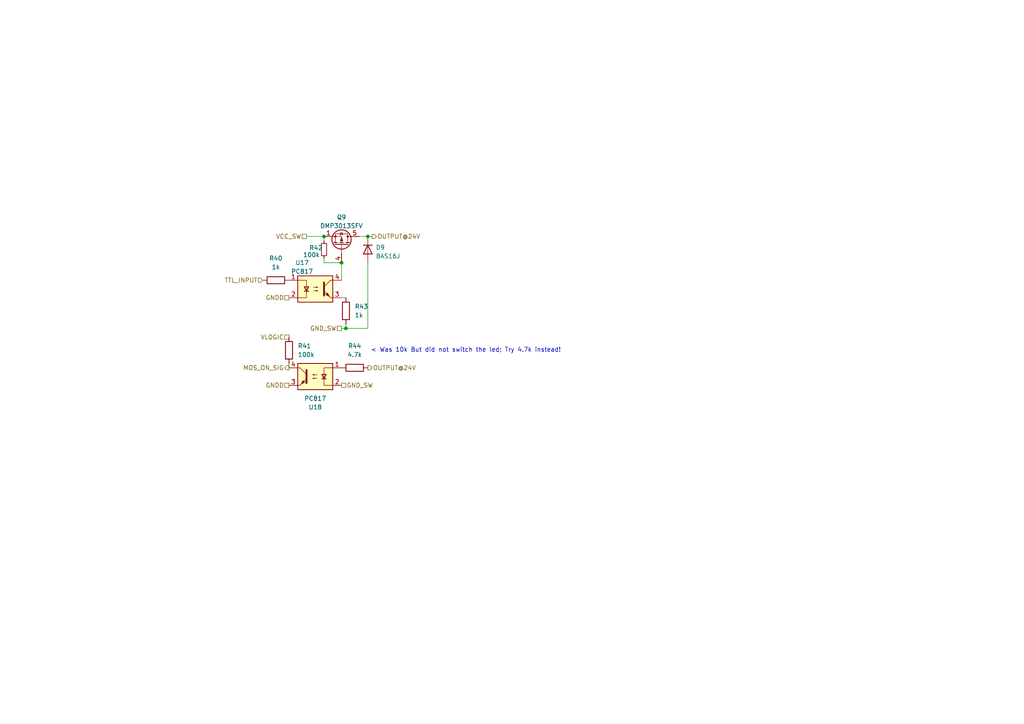
<source format=kicad_sch>
(kicad_sch (version 20231120) (generator "eeschema") (generator_version "8.0")
  (paper "A4")
  (lib_symbols
    (symbol "Device:R" (pin_numbers hide) (pin_names (offset 0))
      (property "Reference" "R" (at 2.032 0 90))
      (property "Value" "R" (at 0 0 90))
      (symbol "R_0_1"
        (rectangle (start -1.016 -2.54) (end 1.016 2.54) (stroke (width 0.254)))
      )
      (symbol "R_1_1"
        (pin passive line (at 0 3.81 270) (length 1.27) (name "~") (number "1"))
        (pin passive line (at 0 -3.81 90) (length 1.27) (name "~") (number "2"))
      )
    )
    (symbol "Device:R_Small" (pin_numbers hide) (pin_names (offset 0.254) hide)
      (property "Reference" "R" (at 0.762 0.508 0))
      (property "Value" "R_Small" (at 0.762 -1.016 0))
      (symbol "R_Small_0_1"
        (rectangle (start -0.762 1.778) (end 0.762 -1.778) (stroke (width 0.2032)))
      )
      (symbol "R_Small_1_1"
        (pin passive line (at 0 2.54 270) (length 0.762) (name "~") (number "1"))
        (pin passive line (at 0 -2.54 90) (length 0.762) (name "~") (number "2"))
      )
    )
    (symbol "Diode:1N4148WS" (pin_numbers hide) (pin_names hide)
      (property "Reference" "D" (at 0 2.54 0))
      (property "Value" "1N4148WS" (at 0 -2.54 0))
      (symbol "1N4148WS_0_1"
        (polyline (pts (xy -1.27 1.27) (xy -1.27 -1.27)) (stroke (width 0.254)))
        (polyline (pts (xy 1.27 0) (xy -1.27 0)))
        (polyline (pts (xy 1.27 1.27) (xy 1.27 -1.27) (xy -1.27 0) (xy 1.27 1.27)) (stroke (width 0.254)))
      )
      (symbol "1N4148WS_1_1"
        (pin passive line (at -3.81 0 0) (length 2.54) (name "K") (number "1"))
        (pin passive line (at 3.81 0 180) (length 2.54) (name "A") (number "2"))
      )
    )
    (symbol "Isolator:PC817" (pin_names (offset 1.016))
      (property "Reference" "U" (at -5.08 5.08 0))
      (property "Value" "PC817" (at 0 5.08 0))
      (symbol "PC817_0_1"
        (rectangle (start -5.08 3.81) (end 5.08 -3.81) (stroke (width 0.254)) (fill (type background)))
        (polyline (pts (xy -3.175 -0.635) (xy -1.905 -0.635)) (stroke (width 0.254)))
        (polyline (pts (xy 2.54 0.635) (xy 4.445 2.54)))
        (polyline (pts (xy 4.445 -2.54) (xy 2.54 -0.635)) (fill (type outline)))
        (polyline (pts (xy 4.445 -2.54) (xy 5.08 -2.54)))
        (polyline (pts (xy 4.445 2.54) (xy 5.08 2.54)))
        (polyline (pts (xy -5.08 2.54) (xy -2.54 2.54) (xy -2.54 -0.635)))
        (polyline (pts (xy -2.54 -0.635) (xy -2.54 -2.54) (xy -5.08 -2.54)))
        (polyline (pts (xy 2.54 1.905) (xy 2.54 -1.905) (xy 2.54 -1.905)) (stroke (width 0.508)))
        (polyline (pts (xy -2.54 -0.635) (xy -3.175 0.635) (xy -1.905 0.635) (xy -2.54 -0.635)) (stroke (width 0.254)))
        (polyline (pts (xy -0.508 -0.508) (xy 0.762 -0.508) (xy 0.381 -0.635) (xy 0.381 -0.381) (xy 0.762 -0.508)))
        (polyline (pts (xy -0.508 0.508) (xy 0.762 0.508) (xy 0.381 0.381) (xy 0.381 0.635) (xy 0.762 0.508)))
        (polyline (pts (xy 3.048 -1.651) (xy 3.556 -1.143) (xy 4.064 -2.159) (xy 3.048 -1.651) (xy 3.048 -1.651)) (fill (type outline)))
      )
      (symbol "PC817_1_1"
        (pin passive line (at -7.62 2.54 0) (length 2.54) (name "~") (number "1"))
        (pin passive line (at -7.62 -2.54 0) (length 2.54) (name "~") (number "2"))
        (pin passive line (at 7.62 -2.54 180) (length 2.54) (name "~") (number "3"))
        (pin passive line (at 7.62 2.54 180) (length 2.54) (name "~") (number "4"))
      )
    )
    (symbol "Transistor_FET:DMP3013SFV" (pin_names hide)
      (property "Reference" "Q" (at 5.08 1.905 0))
      (property "Value" "DMP3013SFV" (at 5.08 0 0))
      (symbol "DMP3013SFV_0_1"
        (polyline (pts (xy 0.254 0) (xy -2.54 0)))
        (polyline (pts (xy 0.254 1.905) (xy 0.254 -1.905)) (stroke (width 0.254)))
        (polyline (pts (xy 0.762 -1.27) (xy 0.762 -2.286)) (stroke (width 0.254)))
        (polyline (pts (xy 0.762 0.508) (xy 0.762 -0.508)) (stroke (width 0.254)))
        (polyline (pts (xy 0.762 2.286) (xy 0.762 1.27)) (stroke (width 0.254)))
        (polyline (pts (xy 2.54 2.54) (xy 2.54 1.778)))
        (polyline (pts (xy 2.54 -2.54) (xy 2.54 0) (xy 0.762 0)))
        (polyline (pts (xy 0.762 1.778) (xy 3.302 1.778) (xy 3.302 -1.778) (xy 0.762 -1.778)))
        (polyline (pts (xy 2.286 0) (xy 1.27 0.381) (xy 1.27 -0.381) (xy 2.286 0)) (fill (type outline)))
        (polyline (pts (xy 2.794 -0.508) (xy 2.921 -0.381) (xy 3.683 -0.381) (xy 3.81 -0.254)))
        (polyline (pts (xy 3.302 -0.381) (xy 2.921 0.254) (xy 3.683 0.254) (xy 3.302 -0.381)))
        (circle (center 1.651 0) (radius 2.794) (stroke (width 0.254)))
        (circle (center 2.54 -1.778) (radius 0.254) (fill (type outline)))
        (circle (center 2.54 1.778) (radius 0.254) (fill (type outline)))
      )
      (symbol "DMP3013SFV_1_1"
        (pin passive line (at 2.54 -5.08 90) (length 2.54) (name "S") (number "1"))
        (pin passive line (at 2.54 -5.08 90) (length 2.54) hide (name "S") (number "2"))
        (pin passive line (at 2.54 -5.08 90) (length 2.54) hide (name "S") (number "3"))
        (pin passive line (at -5.08 0 0) (length 2.54) (name "G") (number "4"))
        (pin passive line (at 2.54 5.08 270) (length 2.54) (name "D") (number "5"))
      )
    )
  )
  (junction (at 106.68 68.58))
  (junction (at 93.98 68.58))
  (junction (at 100.33 95.25))
  (junction (at 99.06 76.2))
  (wire (pts (xy 100.33 93.98) (xy 100.33 95.25)))
  (wire (pts (xy 106.68 68.58) (xy 107.95 68.58)))
  (wire (pts (xy 88.9 68.58) (xy 93.98 68.58)))
  (wire (pts (xy 99.06 86.36) (xy 100.33 86.36)))
  (wire (pts (xy 104.14 68.58) (xy 106.68 68.58)))
  (wire (pts (xy 93.98 68.58) (xy 93.98 69.85)))
  (wire (pts (xy 106.68 95.25) (xy 106.68 76.2)))
  (wire (pts (xy 99.06 76.2) (xy 99.06 81.28)))
  (wire (pts (xy 83.82 105.41) (xy 83.82 106.68)))
  (wire (pts (xy 93.98 74.93) (xy 93.98 76.2)))
  (wire (pts (xy 100.33 95.25) (xy 106.68 95.25)))
  (wire (pts (xy 93.98 76.2) (xy 99.06 76.2)))
  (wire (pts (xy 99.06 95.25) (xy 100.33 95.25)))
  (text "< Was 10k But did not switch the led; Try 4.7k instead!" (at 135.128 101.6 0) (effects (font (size 1.27 1.27))))
  (hierarchical_label "OUTPUT@24V" (shape output) (at 106.68 106.68 0))
  (hierarchical_label "VCC_SW" (shape passive) (at 88.9 68.58 180))
  (hierarchical_label "GND_SW" (shape passive) (at 99.06 111.76 0))
  (hierarchical_label "TTL_INPUT" (shape input) (at 76.2 81.28 180))
  (hierarchical_label "OUTPUT@24V" (shape output) (at 107.95 68.58 0))
  (hierarchical_label "GND_SW" (shape passive) (at 99.06 95.25 180))
  (hierarchical_label "GNDD" (shape passive) (at 83.82 86.36 180))
  (hierarchical_label "VLOGIC" (shape passive) (at 83.82 97.79 180))
  (hierarchical_label "GNDD" (shape passive) (at 83.82 111.76 180))
  (hierarchical_label "MOS_ON_SIG" (shape output) (at 83.82 106.68 180))
  (symbol (lib_id "Device:R") (at 102.87 106.68 90) (unit 1)
    (property "Reference" "R44" (at 102.87 100.33 90))
    (property "Value" "4.7k" (at 102.87 102.87 90))
    (property "Footprint" "Resistor_SMD:R_0603_1608Metric_Pad0.98x0.95mm_HandSolder" (effects (hide yes)))
    (instances (project "GridSwitcher_PCB" (path "" (reference "R44") (unit 1)) (path "" (reference "R39") (unit 1)) (path "" (reference "R29") (unit 1)) (path "" (reference "R69") (unit 1)) (path "" (reference "R49") (unit 1)) (path "" (reference "R59") (unit 1)) (path "" (reference "R9") (unit 1)) (path "" (reference "R19") (unit 1)) (path "" (reference "R110") (unit 1)) (path "" (reference "R64") (unit 1)) (path "" (reference "R74") (unit 1)) (path "" (reference "R34") (unit 1)) (path "" (reference "R14") (unit 1)) (path "" (reference "R54") (unit 1)) (path "" (reference "R24") (unit 1)) (path "" (reference "R79") (unit 1))))
  )
  (symbol (lib_id "Device:R") (at 83.82 101.6 0) (unit 1)
    (property "Reference" "R41" (at 86.36 100.3299 0) (effects (justify left)))
    (property "Value" "100k" (at 86.36 102.8699 0) (effects (justify left)))
    (property "Footprint" "Resistor_SMD:R_0603_1608Metric_Pad0.98x0.95mm_HandSolder" (effects (hide yes)))
    (instances (project "GridSwitcher_PCB" (path "" (reference "R41") (unit 1)) (path "" (reference "R36") (unit 1)) (path "" (reference "R26") (unit 1)) (path "" (reference "R66") (unit 1)) (path "" (reference "R46") (unit 1)) (path "" (reference "R56") (unit 1)) (path "" (reference "R6") (unit 1)) (path "" (reference "R16") (unit 1)) (path "" (reference "R107") (unit 1)) (path "" (reference "R61") (unit 1)) (path "" (reference "R71") (unit 1)) (path "" (reference "R31") (unit 1)) (path "" (reference "R11") (unit 1)) (path "" (reference "R51") (unit 1)) (path "" (reference "R21") (unit 1)) (path "" (reference "R76") (unit 1))))
  )
  (symbol (lib_id "Device:R") (at 100.33 90.17 0) (unit 1)
    (property "Reference" "R43" (at 102.87 88.9 0) (effects (justify left)))
    (property "Value" "1k" (at 102.87 91.44 0) (effects (justify left)))
    (property "Footprint" "Resistor_SMD:R_0603_1608Metric_Pad0.98x0.95mm_HandSolder" (effects (hide yes)))
    (instances (project "GridSwitcher_PCB" (path "" (reference "R43") (unit 1)) (path "" (reference "R38") (unit 1)) (path "" (reference "R28") (unit 1)) (path "" (reference "R68") (unit 1)) (path "" (reference "R48") (unit 1)) (path "" (reference "R58") (unit 1)) (path "" (reference "R8") (unit 1)) (path "" (reference "R18") (unit 1)) (path "" (reference "R109") (unit 1)) (path "" (reference "R63") (unit 1)) (path "" (reference "R73") (unit 1)) (path "" (reference "R33") (unit 1)) (path "" (reference "R13") (unit 1)) (path "" (reference "R53") (unit 1)) (path "" (reference "R23") (unit 1)) (path "" (reference "R78") (unit 1))))
  )
  (symbol (lib_id "Diode:1N4148WS") (at 106.68 72.39 270) (unit 1)
    (property "Reference" "D9" (at 108.966 71.755 90) (effects (justify left)))
    (property "Value" "BAS16J" (at 108.966 74.295 90) (effects (justify left)))
    (property "Footprint" "Diode_SMD:D_SOD-323F" (effects (hide yes)))
    (property "Datasheet" "https://www.vishay.com/docs/85751/1n4148ws.pdf" (effects (hide yes)))
    (property "Sim.Device" "D" (effects (hide yes)))
    (property "Sim.Pins" "1=K 2=A" (effects (hide yes)))
    (instances (project "GridSwitcher_PCB" (path "" (reference "D9") (unit 1)) (path "" (reference "D8") (unit 1)) (path "" (reference "D6") (unit 1)) (path "" (reference "D14") (unit 1)) (path "" (reference "D10") (unit 1)) (path "" (reference "D12") (unit 1)) (path "" (reference "D2") (unit 1)) (path "" (reference "D4") (unit 1)) (path "" (reference "D1") (unit 1)) (path "" (reference "D13") (unit 1)) (path "" (reference "D15") (unit 1)) (path "" (reference "D7") (unit 1)) (path "" (reference "D3") (unit 1)) (path "" (reference "D11") (unit 1)) (path "" (reference "D5") (unit 1)) (path "" (reference "D16") (unit 1))))
  )
  (symbol (lib_id "Device:R") (at 80.01 81.28 90) (unit 1)
    (property "Reference" "R40" (at 80.01 74.93 90))
    (property "Value" "1k" (at 80.01 77.47 90))
    (property "Footprint" "Resistor_SMD:R_0603_1608Metric_Pad0.98x0.95mm_HandSolder" (effects (hide yes)))
    (instances (project "GridSwitcher_PCB" (path "" (reference "R40") (unit 1)) (path "" (reference "R35") (unit 1)) (path "" (reference "R25") (unit 1)) (path "" (reference "R65") (unit 1)) (path "" (reference "R45") (unit 1)) (path "" (reference "R55") (unit 1)) (path "" (reference "R1") (unit 1)) (path "" (reference "R15") (unit 1)) (path "" (reference "R80") (unit 1)) (path "" (reference "R60") (unit 1)) (path "" (reference "R70") (unit 1)) (path "" (reference "R30") (unit 1)) (path "" (reference "R10") (unit 1)) (path "" (reference "R50") (unit 1)) (path "" (reference "R20") (unit 1)) (path "" (reference "R75") (unit 1))))
  )
  (symbol (lib_id "Device:R_Small") (at 93.98 72.39 0) (unit 1)
    (property "Reference" "R42" (at 89.662 71.882 0) (effects (justify left)))
    (property "Value" "100k" (at 87.884 73.914 0) (effects (justify left)))
    (property "Footprint" "Resistor_SMD:R_0603_1608Metric_Pad0.98x0.95mm_HandSolder" (effects (hide yes)))
    (instances (project "GridSwitcher_PCB" (path "" (reference "R42") (unit 1)) (path "" (reference "R37") (unit 1)) (path "" (reference "R27") (unit 1)) (path "" (reference "R67") (unit 1)) (path "" (reference "R47") (unit 1)) (path "" (reference "R57") (unit 1)) (path "" (reference "R7") (unit 1)) (path "" (reference "R17") (unit 1)) (path "" (reference "R108") (unit 1)) (path "" (reference "R62") (unit 1)) (path "" (reference "R72") (unit 1)) (path "" (reference "R32") (unit 1)) (path "" (reference "R12") (unit 1)) (path "" (reference "R52") (unit 1)) (path "" (reference "R22") (unit 1)) (path "" (reference "R77") (unit 1))))
  )
  (symbol (lib_id "Transistor_FET:DMP3013SFV") (at 99.06 71.12 270) (mirror x) (unit 1)
    (property "Reference" "Q9" (at 99.06 62.9752 90))
    (property "Value" "DMP3013SFV" (at 99.06 65.5121 90))
    (property "Footprint" "Package_SON:Diodes_PowerDI3333-8" (effects (hide yes)))
    (property "Datasheet" "https://www.diodes.com/assets/Datasheets/DMP3013SFV.pdf" (effects (hide yes)))
    (instances (project "GridSwitcher_PCB" (path "" (reference "Q9") (unit 1)) (path "" (reference "Q8") (unit 1)) (path "" (reference "Q6") (unit 1)) (path "" (reference "Q14") (unit 1)) (path "" (reference "Q10") (unit 1)) (path "" (reference "Q12") (unit 1)) (path "" (reference "Q1") (unit 1)) (path "" (reference "Q4") (unit 1)) (path "" (reference "Q2") (unit 1)) (path "" (reference "Q13") (unit 1)) (path "" (reference "Q15") (unit 1)) (path "" (reference "Q7") (unit 1)) (path "" (reference "Q3") (unit 1)) (path "" (reference "Q11") (unit 1)) (path "" (reference "Q5") (unit 1)) (path "" (reference "Q16") (unit 1))))
  )
  (symbol (lib_id "Isolator:PC817") (at 91.44 109.22 0) (mirror y) (unit 1)
    (property "Reference" "U18" (at 91.44 118.11 0))
    (property "Value" "PC817" (at 91.44 115.57 0))
    (property "Footprint" "Package_DIP:DIP-4_W7.62mm_SMDSocket_SmallPads" (effects (hide yes)))
    (property "Datasheet" "http://www.soselectronic.cz/a_info/resource/d/pc817.pdf" (effects (hide yes)))
    (instances (project "GridSwitcher_PCB" (path "" (reference "U18") (unit 1)) (path "" (reference "U16") (unit 1)) (path "" (reference "U12") (unit 1)) (path "" (reference "U28") (unit 1)) (path "" (reference "U20") (unit 1)) (path "" (reference "U24") (unit 1)) (path "" (reference "U35") (unit 1)) (path "" (reference "U8") (unit 1)) (path "" (reference "U4") (unit 1)) (path "" (reference "U26") (unit 1)) (path "" (reference "U30") (unit 1)) (path "" (reference "U14") (unit 1)) (path "" (reference "U6") (unit 1)) (path "" (reference "U22") (unit 1)) (path "" (reference "U10") (unit 1)) (path "" (reference "U32") (unit 1))))
  )
  (symbol (lib_id "Isolator:PC817") (at 91.44 83.82 0) (unit 1)
    (property "Reference" "U17" (at 87.63 76.2 0))
    (property "Value" "PC817" (at 87.63 78.74 0))
    (property "Footprint" "Package_DIP:DIP-4_W7.62mm_SMDSocket_SmallPads" (effects (hide yes)))
    (property "Datasheet" "http://www.soselectronic.cz/a_info/resource/d/pc817.pdf" (effects (hide yes)))
    (instances (project "GridSwitcher_PCB" (path "" (reference "U17") (unit 1)) (path "" (reference "U15") (unit 1)) (path "" (reference "U11") (unit 1)) (path "" (reference "U27") (unit 1)) (path "" (reference "U19") (unit 1)) (path "" (reference "U23") (unit 1)) (path "" (reference "U34") (unit 1)) (path "" (reference "U7") (unit 1)) (path "" (reference "U3") (unit 1)) (path "" (reference "U25") (unit 1)) (path "" (reference "U29") (unit 1)) (path "" (reference "U13") (unit 1)) (path "" (reference "U5") (unit 1)) (path "" (reference "U21") (unit 1)) (path "" (reference "U9") (unit 1)) (path "" (reference "U31") (unit 1))))
  )
)
</source>
